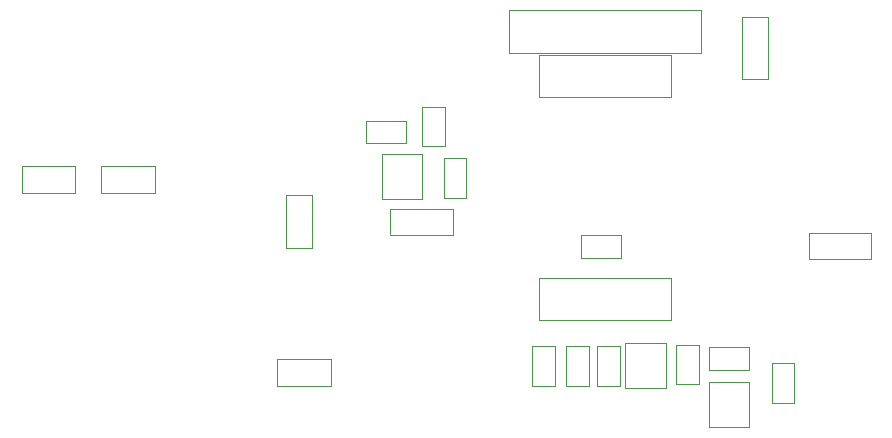
<source format=gbr>
G04 #@! TF.GenerationSoftware,KiCad,Pcbnew,(6.0.5)*
G04 #@! TF.CreationDate,2022-05-29T13:56:34+02:00*
G04 #@! TF.ProjectId,Jogurtownica,4a6f6775-7274-46f7-976e-6963612e6b69,rev?*
G04 #@! TF.SameCoordinates,Original*
G04 #@! TF.FileFunction,Other,User*
%FSLAX45Y45*%
G04 Gerber Fmt 4.5, Leading zero omitted, Abs format (unit mm)*
G04 Created by KiCad (PCBNEW (6.0.5)) date 2022-05-29 13:56:34*
%MOMM*%
%LPD*%
G01*
G04 APERTURE LIST*
%ADD10C,0.050000*%
G04 APERTURE END LIST*
D10*
G04 #@! TO.C,R15*
X10615000Y-11708000D02*
X10805000Y-11708000D01*
X10805000Y-11708000D02*
X10805000Y-11372000D01*
X10805000Y-11372000D02*
X10615000Y-11372000D01*
X10615000Y-11372000D02*
X10615000Y-11708000D01*
G04 #@! TO.C,Q5*
X10525000Y-11358000D02*
X10525000Y-11742000D01*
X10185000Y-11742000D02*
X10185000Y-11358000D01*
X10185000Y-11358000D02*
X10525000Y-11358000D01*
X10525000Y-11742000D02*
X10185000Y-11742000D01*
G04 #@! TO.C,R13*
X9685000Y-11387000D02*
X9685000Y-11723000D01*
X9875000Y-11387000D02*
X9685000Y-11387000D01*
X9875000Y-11723000D02*
X9875000Y-11387000D01*
X9685000Y-11723000D02*
X9875000Y-11723000D01*
G04 #@! TO.C,D3*
X11390000Y-9125000D02*
X11390000Y-8595000D01*
X11390000Y-8595000D02*
X11170000Y-8595000D01*
X11170000Y-8595000D02*
X11170000Y-9125000D01*
X11170000Y-9125000D02*
X11390000Y-9125000D01*
G04 #@! TO.C,J5*
X9450000Y-10812500D02*
X9450000Y-11167500D01*
X9450000Y-11167500D02*
X10570000Y-11167500D01*
X10570000Y-11167500D02*
X10570000Y-10812500D01*
X10570000Y-10812500D02*
X9450000Y-10812500D01*
G04 #@! TO.C,D4*
X11735000Y-10425000D02*
X11735000Y-10645000D01*
X11735000Y-10645000D02*
X12265000Y-10645000D01*
X12265000Y-10645000D02*
X12265000Y-10425000D01*
X12265000Y-10425000D02*
X11735000Y-10425000D01*
G04 #@! TO.C,R18*
X6203000Y-9863000D02*
X5747000Y-9863000D01*
X5747000Y-9863000D02*
X5747000Y-10087000D01*
X6203000Y-10087000D02*
X6203000Y-9863000D01*
X5747000Y-10087000D02*
X6203000Y-10087000D01*
G04 #@! TO.C,R19*
X5528000Y-9863000D02*
X5072000Y-9863000D01*
X5072000Y-9863000D02*
X5072000Y-10087000D01*
X5528000Y-10087000D02*
X5528000Y-9863000D01*
X5072000Y-10087000D02*
X5528000Y-10087000D01*
G04 #@! TO.C,R8*
X8655000Y-9357000D02*
X8465000Y-9357000D01*
X8655000Y-9693000D02*
X8655000Y-9357000D01*
X8465000Y-9693000D02*
X8655000Y-9693000D01*
X8465000Y-9357000D02*
X8465000Y-9693000D01*
G04 #@! TO.C,J4*
X10825000Y-8540000D02*
X10825000Y-8900000D01*
X9195000Y-8540000D02*
X10825000Y-8540000D01*
X10825000Y-8900000D02*
X9195000Y-8900000D01*
X9195000Y-8900000D02*
X9195000Y-8540000D01*
G04 #@! TO.C,R21*
X10135000Y-11723000D02*
X10135000Y-11387000D01*
X10135000Y-11387000D02*
X9945000Y-11387000D01*
X9945000Y-11387000D02*
X9945000Y-11723000D01*
X9945000Y-11723000D02*
X10135000Y-11723000D01*
G04 #@! TO.C,R14*
X11425000Y-11527000D02*
X11425000Y-11863000D01*
X11615000Y-11863000D02*
X11615000Y-11527000D01*
X11615000Y-11527000D02*
X11425000Y-11527000D01*
X11425000Y-11863000D02*
X11615000Y-11863000D01*
G04 #@! TO.C,R20*
X9395000Y-11723000D02*
X9585000Y-11723000D01*
X9395000Y-11387000D02*
X9395000Y-11723000D01*
X9585000Y-11723000D02*
X9585000Y-11387000D01*
X9585000Y-11387000D02*
X9395000Y-11387000D01*
G04 #@! TO.C,R17*
X7232000Y-11722000D02*
X7688000Y-11722000D01*
X7688000Y-11722000D02*
X7688000Y-11498000D01*
X7232000Y-11498000D02*
X7232000Y-11722000D01*
X7688000Y-11498000D02*
X7232000Y-11498000D01*
G04 #@! TO.C,Q2*
X8460000Y-10142000D02*
X8120000Y-10142000D01*
X8460000Y-9758000D02*
X8460000Y-10142000D01*
X8120000Y-10142000D02*
X8120000Y-9758000D01*
X8120000Y-9758000D02*
X8460000Y-9758000D01*
G04 #@! TO.C,R12*
X10892000Y-11585000D02*
X11228000Y-11585000D01*
X10892000Y-11395000D02*
X10892000Y-11585000D01*
X11228000Y-11395000D02*
X10892000Y-11395000D01*
X11228000Y-11585000D02*
X11228000Y-11395000D01*
G04 #@! TO.C,D5*
X8195000Y-10225000D02*
X8195000Y-10445000D01*
X8725000Y-10225000D02*
X8195000Y-10225000D01*
X8725000Y-10445000D02*
X8725000Y-10225000D01*
X8195000Y-10445000D02*
X8725000Y-10445000D01*
G04 #@! TO.C,J3*
X10570000Y-9280000D02*
X9450000Y-9280000D01*
X10570000Y-8920000D02*
X10570000Y-9280000D01*
X9450000Y-8920000D02*
X10570000Y-8920000D01*
X9450000Y-9280000D02*
X9450000Y-8920000D01*
G04 #@! TO.C,R16*
X7308000Y-10558000D02*
X7532000Y-10558000D01*
X7532000Y-10102000D02*
X7308000Y-10102000D01*
X7308000Y-10102000D02*
X7308000Y-10558000D01*
X7532000Y-10558000D02*
X7532000Y-10102000D01*
G04 #@! TO.C,Q3*
X11230000Y-11688000D02*
X11230000Y-12072000D01*
X10890000Y-11688000D02*
X11230000Y-11688000D01*
X10890000Y-12072000D02*
X10890000Y-11688000D01*
X11230000Y-12072000D02*
X10890000Y-12072000D01*
G04 #@! TO.C,R11*
X8835000Y-10128000D02*
X8835000Y-9792000D01*
X8645000Y-10128000D02*
X8835000Y-10128000D01*
X8835000Y-9792000D02*
X8645000Y-9792000D01*
X8645000Y-9792000D02*
X8645000Y-10128000D01*
G04 #@! TO.C,R10*
X7992000Y-9475000D02*
X7992000Y-9665000D01*
X8328000Y-9475000D02*
X7992000Y-9475000D01*
X8328000Y-9665000D02*
X8328000Y-9475000D01*
X7992000Y-9665000D02*
X8328000Y-9665000D01*
G04 #@! TO.C,C9*
X9805000Y-10643000D02*
X10145000Y-10643000D01*
X10145000Y-10643000D02*
X10145000Y-10447000D01*
X10145000Y-10447000D02*
X9805000Y-10447000D01*
X9805000Y-10447000D02*
X9805000Y-10643000D01*
G04 #@! TD*
M02*

</source>
